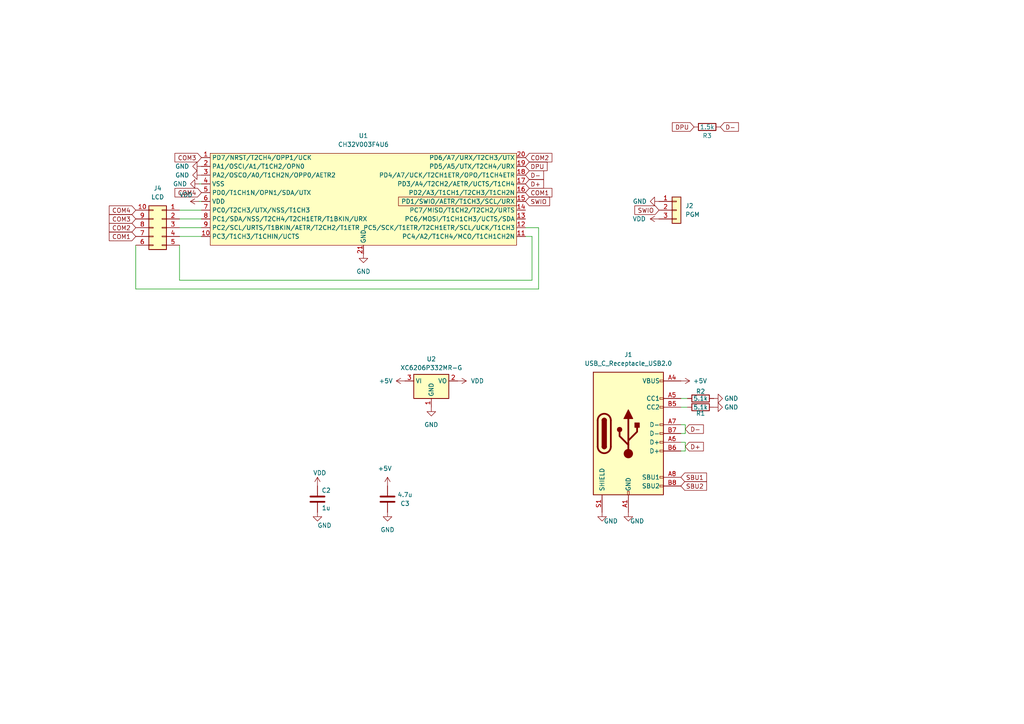
<source format=kicad_sch>
(kicad_sch (version 20231120) (generator "eeschema") (generator_version "8.0")
  (paper "A4")
  (lib_symbols
    (symbol "CH32V003F4U6:CH32V003F4U6"
      (property "Reference" "U" (at 0 0 0))
      (property "Value" "CH32V003F4U6" (at 0 3.81 0))
      (symbol "CH32V003F4U6_0_1"
        (rectangle (start -44.45 12.7) (end 44.45 -13.97) (fill (type background)))
        (rectangle (start 10.16 0) (end 44.45 -2.54) (fill (type background)))
      )
      (symbol "CH32V003F4U6_1_1"
        (pin bidirectional line (at -46.99 11.43 0) (length 2.54) (name "PD7/NRST/T2CH4/OPP1/UCK") (number "1"))
        (pin bidirectional line (at -46.99 -11.43 0) (length 2.54) (name "PC3/T1CH3/T1CHIN/UCTS") (number "10"))
        (pin bidirectional line (at 46.99 -11.43 180) (length 2.54) (name "PC4/A2/T1CH4/MCO/T1CH1CH2N") (number "11"))
        (pin bidirectional line (at 46.99 -8.89 180) (length 2.54) (name "PC5/SCK/T1ETR/T2CH1ETR/SCL/UCK/T1CH3") (number "12"))
        (pin bidirectional line (at 46.99 -6.35 180) (length 2.54) (name "PC6/MOSI/T1CH1CH3/UCTS/SDA") (number "13"))
        (pin bidirectional line (at 46.99 -3.81 180) (length 2.54) (name "PC7/MISO/T1CH2/T2CH2/URTS") (number "14"))
        (pin bidirectional line (at 46.99 -1.27 180) (length 2.54) (name "PD1/SWIO/AETR/T1CH3/SCL/URX") (number "15"))
        (pin bidirectional line (at 46.99 1.27 180) (length 2.54) (name "PD2/A3/T1CH1/T2CH3/T1CH2N") (number "16"))
        (pin bidirectional line (at 46.99 3.81 180) (length 2.54) (name "PD3/A4/T2CH2/AETR/UCTS/T1CH4") (number "17"))
        (pin bidirectional line (at 46.99 6.35 180) (length 2.54) (name "PD4/A7/UCK/T2CH1ETR/OPO/T1CH4ETR") (number "18"))
        (pin bidirectional line (at 46.99 8.89 180) (length 2.54) (name "PD5/A5/UTX/T2CH4/URX") (number "19"))
        (pin bidirectional line (at -46.99 8.89 0) (length 2.54) (name "PA1/OSCI/A1/T1CH2/OPN0") (number "2"))
        (pin bidirectional line (at 46.99 11.43 180) (length 2.54) (name "PD6/A7/URX/T2CH3/UTX") (number "20"))
        (pin bidirectional line (at 0 -16.51 90) (length 2.54) (name "GND") (number "21"))
        (pin bidirectional line (at -46.99 6.35 0) (length 2.54) (name "PA2/OSCO/A0/T1CH2N/OPP0/AETR2") (number "3"))
        (pin bidirectional line (at -46.99 3.81 0) (length 2.54) (name "VSS") (number "4"))
        (pin bidirectional line (at -46.99 1.27 0) (length 2.54) (name "PD0/T1CH1N/OPN1/SDA/UTX") (number "5"))
        (pin bidirectional line (at -46.99 -1.27 0) (length 2.54) (name "VDD") (number "6"))
        (pin bidirectional line (at -46.99 -3.81 0) (length 2.54) (name "PC0/T2CH3/UTX/NSS/T1CH3") (number "7"))
        (pin bidirectional line (at -46.99 -6.35 0) (length 2.54) (name "PC1/SDA/NSS/T2CH4/T2CH1ETR/T1BKIN/URX") (number "8"))
        (pin bidirectional line (at -46.99 -8.89 0) (length 2.54) (name "PC2/SCL/URTS/T1BKIN/AETR/T2CH2/T1ETR") (number "9"))
      )
    )
    (symbol "Connector:USB_C_Receptacle_USB2.0" (pin_names (offset 1.016))
      (property "Reference" "J" (at -10.16 19.05 0))
      (property "Value" "USB_C_Receptacle_USB2.0" (at 19.05 19.05 0))
      (symbol "USB_C_Receptacle_USB2.0_0_0"
        (rectangle (start -0.254 -17.78) (end 0.254 -16.764))
        (rectangle (start 10.16 -14.986) (end 9.144 -15.494))
        (rectangle (start 10.16 -12.446) (end 9.144 -12.954))
        (rectangle (start 10.16 -4.826) (end 9.144 -5.334))
        (rectangle (start 10.16 -2.286) (end 9.144 -2.794))
        (rectangle (start 10.16 0.254) (end 9.144 -0.254))
        (rectangle (start 10.16 2.794) (end 9.144 2.286))
        (rectangle (start 10.16 7.874) (end 9.144 7.366))
        (rectangle (start 10.16 10.414) (end 9.144 9.906))
        (rectangle (start 10.16 15.494) (end 9.144 14.986))
      )
      (symbol "USB_C_Receptacle_USB2.0_0_1"
        (rectangle (start -10.16 17.78) (end 10.16 -17.78) (stroke (width 0.254)) (fill (type background)))
        (arc (start -8.89 -3.81) (mid -6.985 -5.7067) (end -5.08 -3.81) (stroke (width 0.508)))
        (arc (start -7.62 -3.81) (mid -6.985 -4.4423) (end -6.35 -3.81) (stroke (width 0.254)))
        (arc (start -7.62 -3.81) (mid -6.985 -4.4423) (end -6.35 -3.81) (stroke (width 0.254)) (fill (type outline)))
        (rectangle (start -7.62 -3.81) (end -6.35 3.81) (stroke (width 0.254)) (fill (type outline)))
        (arc (start -6.35 3.81) (mid -6.985 4.4423) (end -7.62 3.81) (stroke (width 0.254)))
        (arc (start -6.35 3.81) (mid -6.985 4.4423) (end -7.62 3.81) (stroke (width 0.254)) (fill (type outline)))
        (arc (start -5.08 3.81) (mid -6.985 5.7067) (end -8.89 3.81) (stroke (width 0.508)))
        (circle (center -2.54 1.143) (radius 0.635) (stroke (width 0.254)) (fill (type outline)))
        (circle (center 0 -5.842) (radius 1.27) (fill (type outline)))
        (polyline (pts (xy -8.89 -3.81) (xy -8.89 3.81)) (stroke (width 0.508)))
        (polyline (pts (xy -5.08 3.81) (xy -5.08 -3.81)) (stroke (width 0.508)))
        (polyline (pts (xy 0 -5.842) (xy 0 4.318)) (stroke (width 0.508)))
        (polyline (pts (xy 0 -3.302) (xy -2.54 -0.762) (xy -2.54 0.508)) (stroke (width 0.508)))
        (polyline (pts (xy 0 -2.032) (xy 2.54 0.508) (xy 2.54 1.778)) (stroke (width 0.508)))
        (polyline (pts (xy -1.27 4.318) (xy 0 6.858) (xy 1.27 4.318) (xy -1.27 4.318)) (stroke (width 0.254)) (fill (type outline)))
        (rectangle (start 1.905 1.778) (end 3.175 3.048) (stroke (width 0.254)) (fill (type outline)))
      )
      (symbol "USB_C_Receptacle_USB2.0_1_1"
        (pin passive line (at 0 -22.86 90) (length 5.08) (name "GND") (number "A1"))
        (pin passive line (at 0 -22.86 90) (length 5.08) hide (name "GND") (number "A12"))
        (pin passive line (at 15.24 15.24 180) (length 5.08) (name "VBUS") (number "A4"))
        (pin bidirectional line (at 15.24 10.16 180) (length 5.08) (name "CC1") (number "A5"))
        (pin bidirectional line (at 15.24 -2.54 180) (length 5.08) (name "D+") (number "A6"))
        (pin bidirectional line (at 15.24 2.54 180) (length 5.08) (name "D-") (number "A7"))
        (pin bidirectional line (at 15.24 -12.7 180) (length 5.08) (name "SBU1") (number "A8"))
        (pin passive line (at 15.24 15.24 180) (length 5.08) hide (name "VBUS") (number "A9"))
        (pin passive line (at 0 -22.86 90) (length 5.08) hide (name "GND") (number "B1"))
        (pin passive line (at 0 -22.86 90) (length 5.08) hide (name "GND") (number "B12"))
        (pin passive line (at 15.24 15.24 180) (length 5.08) hide (name "VBUS") (number "B4"))
        (pin bidirectional line (at 15.24 7.62 180) (length 5.08) (name "CC2") (number "B5"))
        (pin bidirectional line (at 15.24 -5.08 180) (length 5.08) (name "D+") (number "B6"))
        (pin bidirectional line (at 15.24 0 180) (length 5.08) (name "D-") (number "B7"))
        (pin bidirectional line (at 15.24 -15.24 180) (length 5.08) (name "SBU2") (number "B8"))
        (pin passive line (at 15.24 15.24 180) (length 5.08) hide (name "VBUS") (number "B9"))
        (pin passive line (at -7.62 -22.86 90) (length 5.08) (name "SHIELD") (number "S1"))
      )
    )
    (symbol "Connector_Generic:Conn_01x03" (pin_names (offset 1.016) hide)
      (property "Reference" "J" (at 0 5.08 0))
      (property "Value" "Conn_01x03" (at 0 -5.08 0))
      (symbol "Conn_01x03_1_1"
        (rectangle (start -1.27 -2.413) (end 0 -2.667) (stroke (width 0.1524)))
        (rectangle (start -1.27 0.127) (end 0 -0.127) (stroke (width 0.1524)))
        (rectangle (start -1.27 2.667) (end 0 2.413) (stroke (width 0.1524)))
        (rectangle (start -1.27 3.81) (end 1.27 -3.81) (stroke (width 0.254)) (fill (type background)))
        (pin passive line (at -5.08 2.54 0) (length 3.81) (name "Pin_1") (number "1"))
        (pin passive line (at -5.08 0 0) (length 3.81) (name "Pin_2") (number "2"))
        (pin passive line (at -5.08 -2.54 0) (length 3.81) (name "Pin_3") (number "3"))
      )
    )
    (symbol "Connector_Generic:Conn_02x05_Counter_Clockwise" (pin_names (offset 1.016) hide)
      (property "Reference" "J" (at 1.27 7.62 0))
      (property "Value" "Conn_02x05_Counter_Clockwise" (at 1.27 -7.62 0))
      (symbol "Conn_02x05_Counter_Clockwise_1_1"
        (rectangle (start -1.27 -4.953) (end 0 -5.207) (stroke (width 0.1524)))
        (rectangle (start -1.27 -2.413) (end 0 -2.667) (stroke (width 0.1524)))
        (rectangle (start -1.27 0.127) (end 0 -0.127) (stroke (width 0.1524)))
        (rectangle (start -1.27 2.667) (end 0 2.413) (stroke (width 0.1524)))
        (rectangle (start -1.27 5.207) (end 0 4.953) (stroke (width 0.1524)))
        (rectangle (start -1.27 6.35) (end 3.81 -6.35) (stroke (width 0.254)) (fill (type background)))
        (rectangle (start 3.81 -4.953) (end 2.54 -5.207) (stroke (width 0.1524)))
        (rectangle (start 3.81 -2.413) (end 2.54 -2.667) (stroke (width 0.1524)))
        (rectangle (start 3.81 0.127) (end 2.54 -0.127) (stroke (width 0.1524)))
        (rectangle (start 3.81 2.667) (end 2.54 2.413) (stroke (width 0.1524)))
        (rectangle (start 3.81 5.207) (end 2.54 4.953) (stroke (width 0.1524)))
        (pin passive line (at -5.08 5.08 0) (length 3.81) (name "Pin_1") (number "1"))
        (pin passive line (at 7.62 5.08 180) (length 3.81) (name "Pin_10") (number "10"))
        (pin passive line (at -5.08 2.54 0) (length 3.81) (name "Pin_2") (number "2"))
        (pin passive line (at -5.08 0 0) (length 3.81) (name "Pin_3") (number "3"))
        (pin passive line (at -5.08 -2.54 0) (length 3.81) (name "Pin_4") (number "4"))
        (pin passive line (at -5.08 -5.08 0) (length 3.81) (name "Pin_5") (number "5"))
        (pin passive line (at 7.62 -5.08 180) (length 3.81) (name "Pin_6") (number "6"))
        (pin passive line (at 7.62 -2.54 180) (length 3.81) (name "Pin_7") (number "7"))
        (pin passive line (at 7.62 0 180) (length 3.81) (name "Pin_8") (number "8"))
        (pin passive line (at 7.62 2.54 180) (length 3.81) (name "Pin_9") (number "9"))
      )
    )
    (symbol "Device:C" (pin_numbers hide) (pin_names (offset 0.254))
      (property "Reference" "C" (at 0.635 2.54 0))
      (property "Value" "C" (at 0.635 -2.54 0))
      (symbol "C_0_1"
        (polyline (pts (xy -2.032 -0.762) (xy 2.032 -0.762)) (stroke (width 0.508)))
        (polyline (pts (xy -2.032 0.762) (xy 2.032 0.762)) (stroke (width 0.508)))
      )
      (symbol "C_1_1"
        (pin passive line (at 0 3.81 270) (length 2.794) (name "~") (number "1"))
        (pin passive line (at 0 -3.81 90) (length 2.794) (name "~") (number "2"))
      )
    )
    (symbol "Device:R" (pin_numbers hide) (pin_names (offset 0))
      (property "Reference" "R" (at 2.032 0 90))
      (property "Value" "R" (at 0 0 90))
      (symbol "R_0_1"
        (rectangle (start -1.016 -2.54) (end 1.016 2.54) (stroke (width 0.254)))
      )
      (symbol "R_1_1"
        (pin passive line (at 0 3.81 270) (length 1.27) (name "~") (number "1"))
        (pin passive line (at 0 -3.81 90) (length 1.27) (name "~") (number "2"))
      )
    )
    (symbol "Regulator_Linear:LM1117S-3.3"
      (property "Reference" "U" (at -3.81 3.175 0))
      (property "Value" "LM1117S-3.3" (at 0 3.175 0))
      (symbol "LM1117S-3.3_0_1"
        (rectangle (start -5.08 -5.08) (end 5.08 1.905) (stroke (width 0.254)) (fill (type background)))
      )
      (symbol "LM1117S-3.3_1_1"
        (pin power_in line (at 0 -7.62 90) (length 2.54) (name "GND") (number "1"))
        (pin power_out line (at 7.62 0 180) (length 2.54) (name "VO") (number "2"))
        (pin power_in line (at -7.62 0 0) (length 2.54) (name "VI") (number "3"))
      )
    )
    (symbol "power:+5V" (power) (pin_names (offset 0))
      (property "Value" "+5V" (at 0 3.556 0))
      (symbol "+5V_0_1"
        (polyline (pts (xy -0.762 1.27) (xy 0 2.54)))
        (polyline (pts (xy 0 0) (xy 0 2.54)))
        (polyline (pts (xy 0 2.54) (xy 0.762 1.27)))
      )
      (symbol "+5V_1_1"
        (pin power_in line (at 0 0 90) (length 0) hide (name "+5V") (number "1"))
      )
    )
    (symbol "power:GND" (power) (pin_names (offset 0))
      (property "Value" "GND" (at 0 -3.81 0))
      (symbol "GND_0_1"
        (polyline (pts (xy 0 0) (xy 0 -1.27) (xy 1.27 -1.27) (xy 0 -2.54) (xy -1.27 -1.27) (xy 0 -1.27)))
      )
      (symbol "GND_1_1"
        (pin power_in line (at 0 0 270) (length 0) hide (name "GND") (number "1"))
      )
    )
    (symbol "power:VDD" (power) (pin_names (offset 0))
      (property "Value" "VDD" (at 0 3.81 0))
      (symbol "VDD_0_1"
        (polyline (pts (xy -0.762 1.27) (xy 0 2.54)))
        (polyline (pts (xy 0 0) (xy 0 2.54)))
        (polyline (pts (xy 0 2.54) (xy 0.762 1.27)))
      )
      (symbol "VDD_1_1"
        (pin power_in line (at 0 0 90) (length 0) hide (name "VDD") (number "1"))
      )
    )
  )
  (wire (pts (xy 58.42 58.42) (xy 57.785 58.42)))
  (wire (pts (xy 198.755 128.27) (xy 198.755 130.81)))
  (wire (pts (xy 197.485 118.11) (xy 199.39 118.11)))
  (wire (pts (xy 154.305 68.58) (xy 154.305 81.28)))
  (wire (pts (xy 52.07 66.04) (xy 58.42 66.04)))
  (wire (pts (xy 152.4 66.04) (xy 156.21 66.04)))
  (wire (pts (xy 198.755 123.19) (xy 197.485 123.19)))
  (wire (pts (xy 198.755 123.19) (xy 198.755 125.73)))
  (wire (pts (xy 52.07 60.96) (xy 58.42 60.96)))
  (wire (pts (xy 197.485 115.57) (xy 199.39 115.57)))
  (wire (pts (xy 39.37 83.82) (xy 39.37 71.12)))
  (wire (pts (xy 52.07 81.28) (xy 52.07 71.12)))
  (wire (pts (xy 58.42 53.34) (xy 57.785 53.34)))
  (wire (pts (xy 198.755 128.27) (xy 197.485 128.27)))
  (wire (pts (xy 156.21 83.82) (xy 39.37 83.82)))
  (wire (pts (xy 156.21 66.04) (xy 156.21 83.82)))
  (wire (pts (xy 197.485 125.73) (xy 198.755 125.73)))
  (wire (pts (xy 152.4 68.58) (xy 154.305 68.58)))
  (wire (pts (xy 198.755 130.81) (xy 197.485 130.81)))
  (wire (pts (xy 154.305 81.28) (xy 52.07 81.28)))
  (wire (pts (xy 52.07 68.58) (xy 58.42 68.58)))
  (wire (pts (xy 52.07 63.5) (xy 58.42 63.5)))
  (global_label "COM1" (shape input) (at 152.4 55.88 0) (property "Intersheetrefs" "${INTERSHEET_REFS}" (effects (hide yes))))
  (global_label "COM3" (shape input) (at 58.42 45.72 180) (property "Intersheetrefs" "${INTERSHEET_REFS}" (effects (hide yes))))
  (global_label "SBU1" (shape input) (at 197.485 138.43 0) (property "Intersheetrefs" "${INTERSHEET_REFS}" (effects (hide yes))))
  (global_label "DPU" (shape input) (at 152.4 48.26 0) (property "Intersheetrefs" "${INTERSHEET_REFS}" (effects (hide yes))))
  (global_label "SWIO" (shape input) (at 191.135 60.96 180) (property "Intersheetrefs" "${INTERSHEET_REFS}" (effects (hide yes))))
  (global_label "D-" (shape input) (at 208.915 36.83 0) (property "Intersheetrefs" "${INTERSHEET_REFS}" (effects (hide yes))))
  (global_label "COM4" (shape input) (at 39.37 60.96 180) (property "Intersheetrefs" "${INTERSHEET_REFS}" (effects (hide yes))))
  (global_label "D-" (shape input) (at 198.755 124.46 0) (property "Intersheetrefs" "${INTERSHEET_REFS}" (effects (hide yes))))
  (global_label "COM3" (shape input) (at 39.37 63.5 180) (property "Intersheetrefs" "${INTERSHEET_REFS}" (effects (hide yes))))
  (global_label "COM2" (shape input) (at 39.37 66.04 180) (property "Intersheetrefs" "${INTERSHEET_REFS}" (effects (hide yes))))
  (global_label "SWIO" (shape input) (at 152.4 58.42 0) (property "Intersheetrefs" "${INTERSHEET_REFS}" (effects (hide yes))))
  (global_label "DPU" (shape input) (at 201.295 36.83 180) (property "Intersheetrefs" "${INTERSHEET_REFS}" (effects (hide yes))))
  (global_label "D-" (shape input) (at 152.4 50.8 0) (property "Intersheetrefs" "${INTERSHEET_REFS}" (effects (hide yes))))
  (global_label "D+" (shape input) (at 198.755 129.54 0) (property "Intersheetrefs" "${INTERSHEET_REFS}" (effects (hide yes))))
  (global_label "SBU2" (shape input) (at 197.485 140.97 0) (property "Intersheetrefs" "${INTERSHEET_REFS}" (effects (hide yes))))
  (global_label "COM2" (shape input) (at 152.4 45.72 0) (property "Intersheetrefs" "${INTERSHEET_REFS}" (effects (hide yes))))
  (global_label "D+" (shape input) (at 152.4 53.34 0) (property "Intersheetrefs" "${INTERSHEET_REFS}" (effects (hide yes))))
  (global_label "COM4" (shape input) (at 58.42 55.88 180) (property "Intersheetrefs" "${INTERSHEET_REFS}" (effects (hide yes))))
  (global_label "COM1" (shape input) (at 39.37 68.58 180) (property "Intersheetrefs" "${INTERSHEET_REFS}" (effects (hide yes))))
  (symbol (lib_id "power:GND") (at 58.42 50.8 270) (unit 1)
    (property "Reference" "#PWR03" (effects (hide yes)))
    (property "Value" "GND" (at 50.8 50.8 90) (effects (justify left)))
  )
  (symbol (lib_id "power:GND") (at 174.625 148.59 0) (unit 1)
    (property "Reference" "#PWR013" (effects (hide yes)))
    (property "Value" "GND" (at 177.165 151.13 0))
  )
  (symbol (lib_id "power:VDD") (at 92.075 140.97 0) (unit 1)
    (property "Reference" "#PWR05" (effects (hide yes)))
    (property "Value" "VDD" (at 90.805 137.16 0) (effects (justify left)))
  )
  (symbol (lib_id "power:VDD") (at 191.135 63.5 90) (unit 1)
    (property "Reference" "#PWR016" (effects (hide yes)))
    (property "Value" "VDD" (at 187.325 63.4999 90) (effects (justify left)))
  )
  (symbol (lib_id "Regulator_Linear:LM1117S-3.3") (at 125.095 110.49 0) (unit 1)
    (property "Reference" "U2" (at 125.095 104.14 0))
    (property "Value" "XC6206P332MR-G" (at 125.095 106.68 0))
    (property "Footprint" "Package_TO_SOT_SMD:SOT-23" (effects (hide yes)))
    (property "Datasheet" "http://www.ti.com/lit/ds/symlink/lm1117.pdf" (effects (hide yes)))
    (property "LCSC" "C5446" (effects (hide yes)))
  )
  (symbol (lib_id "power:+5V") (at 112.395 140.97 0) (unit 1)
    (property "Reference" "#PWR08" (effects (hide yes)))
    (property "Value" "+5V" (at 113.665 135.89 0) (effects (justify right)))
  )
  (symbol (lib_id "power:GND") (at 125.095 118.11 0) (unit 1)
    (property "Reference" "#PWR011" (effects (hide yes)))
    (property "Value" "GND" (at 125.095 123.19 0))
  )
  (symbol (lib_id "Device:R") (at 203.2 115.57 90) (unit 1)
    (property "Reference" "R2" (at 203.2 113.538 90))
    (property "Value" "5.1k" (at 203.2 115.57 90))
    (property "Footprint" "Resistor_SMD:R_0402_1005Metric" (effects (hide yes)))
    (property "LCSC" "C25905" (effects (hide yes)))
  )
  (symbol (lib_id "power:GND") (at 182.245 148.59 0) (unit 1)
    (property "Reference" "#PWR014" (effects (hide yes)))
    (property "Value" "GND" (at 184.785 151.13 0))
  )
  (symbol (lib_id "Connector_Generic:Conn_01x03") (at 196.215 60.96 0) (unit 1)
    (property "Reference" "J2" (at 198.755 59.69 0) (effects (justify left)))
    (property "Value" "PGM" (at 198.755 62.23 0) (effects (justify left)))
    (property "Footprint" "Connector_PinHeader_2.54mm:PinHeader_1x03_P2.54mm_Vertical" (effects (hide yes)))
  )
  (symbol (lib_id "power:GND") (at 207.01 118.11 90) (unit 1)
    (property "Reference" "#PWR019" (effects (hide yes)))
    (property "Value" "GND" (at 212.09 118.11 90))
  )
  (symbol (lib_id "power:GND") (at 92.075 148.59 0) (unit 1)
    (property "Reference" "#PWR06" (effects (hide yes)))
    (property "Value" "GND" (at 92.075 152.4 0) (effects (justify left)))
  )
  (symbol (lib_id "power:+5V") (at 117.475 110.49 90) (unit 1)
    (property "Reference" "#PWR010" (effects (hide yes)))
    (property "Value" "+5V" (at 109.855 110.49 90) (effects (justify right)))
  )
  (symbol (lib_id "power:GND") (at 191.135 58.42 270) (unit 1)
    (property "Reference" "#PWR015" (effects (hide yes)))
    (property "Value" "GND" (at 183.515 58.42 90) (effects (justify left)))
  )
  (symbol (lib_id "power:GND") (at 112.395 148.59 0) (unit 1)
    (property "Reference" "#PWR09" (effects (hide yes)))
    (property "Value" "GND" (at 112.395 153.67 0))
  )
  (symbol (lib_id "power:GND") (at 207.01 115.57 90) (unit 1)
    (property "Reference" "#PWR018" (effects (hide yes)))
    (property "Value" "GND" (at 212.09 115.57 90))
  )
  (symbol (lib_id "power:GND") (at 105.41 73.66 0) (unit 1)
    (property "Reference" "#PWR07" (effects (hide yes)))
    (property "Value" "GND" (at 105.41 78.74 0))
  )
  (symbol (lib_id "Device:R") (at 205.105 36.83 90) (unit 1)
    (property "Reference" "R3" (at 205.105 39.37 90))
    (property "Value" "1.5k" (at 205.105 36.83 90))
    (property "Footprint" "Resistor_SMD:R_0402_1005Metric" (effects (hide yes)))
    (property "LCSC" "C25867" (effects (hide yes)))
  )
  (symbol (lib_id "power:GND") (at 57.785 53.34 270) (unit 1)
    (property "Reference" "#PWR01" (effects (hide yes)))
    (property "Value" "GND" (at 50.165 53.34 90) (effects (justify left)))
  )
  (symbol (lib_id "power:VDD") (at 57.785 58.42 90) (unit 1)
    (property "Reference" "#PWR02" (effects (hide yes)))
    (property "Value" "VDD" (at 55.88 56.515 90) (effects (justify left)))
  )
  (symbol (lib_id "Connector_Generic:Conn_02x05_Counter_Clockwise") (at 46.99 66.04 0) (mirror y) (unit 1)
    (property "Reference" "J4" (at 45.72 54.61 0))
    (property "Value" "LCD" (at 45.72 57.15 0))
    (property "Footprint" "cnhardware:TINY_LCD_3_DIGIT" (effects (hide yes)))
    (property "Description" "Generic connector, double row, 02x05, counter clockwise pin numbering scheme (similar to DIP package numbering), script generated (kicad-library-utils/schlib/autogen/connector/)" (effects (hide yes)))
  )
  (symbol (lib_id "CH32V003F4U6:CH32V003F4U6") (at 105.41 57.15 0) (unit 1)
    (property "Reference" "U1" (at 105.41 39.37 0))
    (property "Value" "CH32V003F4U6" (at 105.41 41.91 0))
    (property "Footprint" "Package_DFN_QFN:QFN-20-1EP_3x3mm_P0.4mm_EP1.65x1.65mm" (effects (hide yes)))
    (property "LCSC" "C5299908" (effects (hide yes)))
  )
  (symbol (lib_id "Connector:USB_C_Receptacle_USB2.0") (at 182.245 125.73 0) (unit 1)
    (property "Reference" "J1" (at 182.245 102.87 0))
    (property "Value" "USB_C_Receptacle_USB2.0" (at 182.245 105.41 0))
    (property "Footprint" "cnhardware:USB_C_PADDLE" (effects (hide yes)))
    (property "Datasheet" "https://www.usb.org/sites/default/files/documents/usb_type-c.zip" (effects (hide yes)))
  )
  (symbol (lib_id "Device:C") (at 92.075 144.78 180) (unit 1)
    (property "Reference" "C2" (at 94.615 142.24 0))
    (property "Value" "1u" (at 94.615 147.32 0))
    (property "Footprint" "Resistor_SMD:R_0402_1005Metric" (effects (hide yes)))
    (property "LCSC" "C52923" (effects (hide yes)))
  )
  (symbol (lib_id "power:GND") (at 58.42 48.26 270) (unit 1)
    (property "Reference" "#PWR04" (effects (hide yes)))
    (property "Value" "GND" (at 50.8 48.26 90) (effects (justify left)))
  )
  (symbol (lib_id "power:VDD") (at 132.715 110.49 270) (unit 1)
    (property "Reference" "#PWR012" (effects (hide yes)))
    (property "Value" "VDD" (at 136.525 110.49 90) (effects (justify left)))
  )
  (symbol (lib_id "Device:R") (at 203.2 118.11 90) (unit 1)
    (property "Reference" "R1" (at 203.2 119.888 90))
    (property "Value" "5.1k" (at 203.2 118.11 90))
    (property "Footprint" "Resistor_SMD:R_0402_1005Metric" (effects (hide yes)))
    (property "LCSC" "C25905" (effects (hide yes)))
  )
  (symbol (lib_id "Device:C") (at 112.395 144.78 180) (unit 1)
    (property "Reference" "C3" (at 117.475 146.05 0))
    (property "Value" "4.7u" (at 117.475 143.51 0))
    (property "Footprint" "Resistor_SMD:R_0402_1005Metric" (effects (hide yes)))
    (property "LCSC" "C368809" (effects (hide yes)))
  )
  (symbol (lib_id "power:+5V") (at 197.485 110.49 270) (unit 1)
    (property "Reference" "#PWR017" (effects (hide yes)))
    (property "Value" "+5V" (at 205.105 110.49 90) (effects (justify right)))
  )
)
</source>
